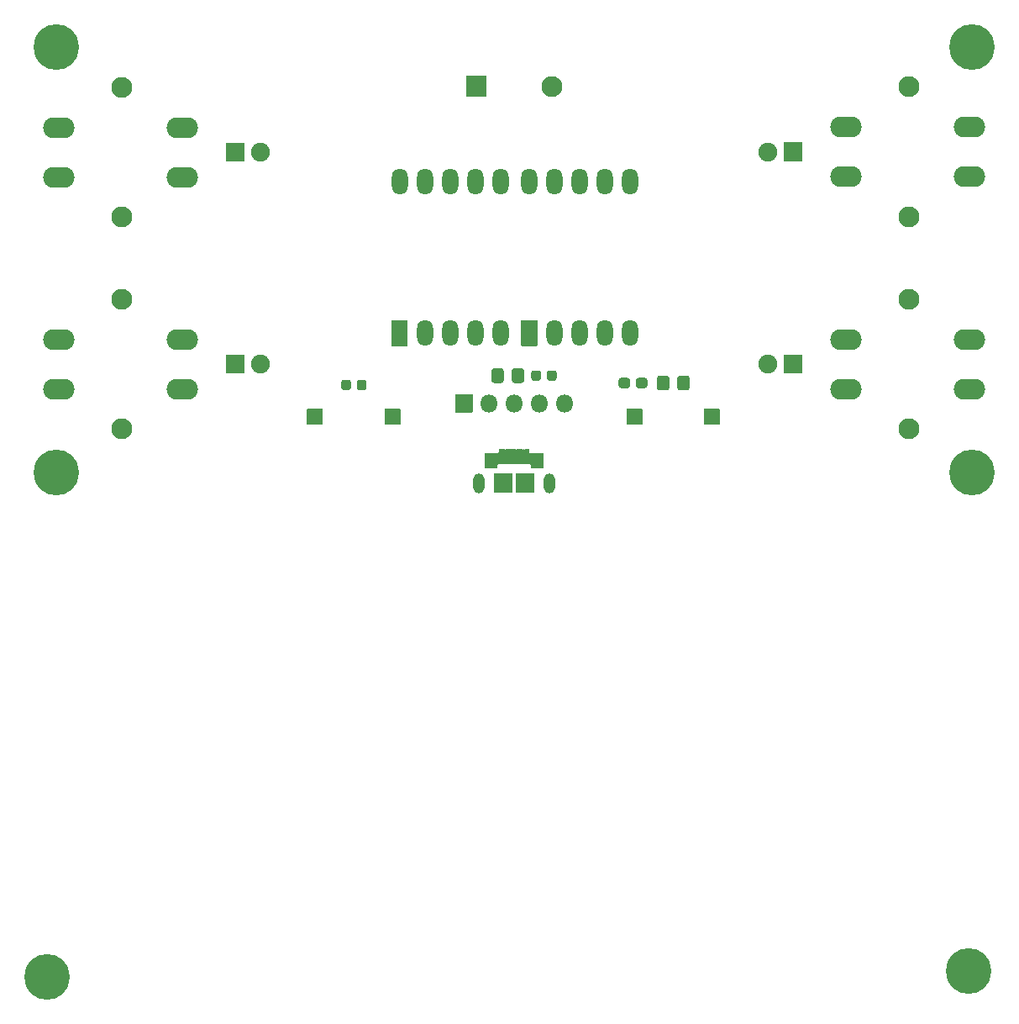
<source format=gbr>
G04 #@! TF.GenerationSoftware,KiCad,Pcbnew,(5.1.7)-1*
G04 #@! TF.CreationDate,2020-10-06T16:51:20+07:00*
G04 #@! TF.ProjectId,PIC16F1X_KIT2019,50494331-3646-4315-985f-4b4954323031,rev?*
G04 #@! TF.SameCoordinates,Original*
G04 #@! TF.FileFunction,Soldermask,Top*
G04 #@! TF.FilePolarity,Negative*
%FSLAX46Y46*%
G04 Gerber Fmt 4.6, Leading zero omitted, Abs format (unit mm)*
G04 Created by KiCad (PCBNEW (5.1.7)-1) date 2020-10-06 16:51:20*
%MOMM*%
%LPD*%
G01*
G04 APERTURE LIST*
%ADD10C,4.602000*%
%ADD11O,1.802000X1.802000*%
%ADD12O,3.150000X2.102000*%
%ADD13C,2.102000*%
%ADD14O,1.626000X2.626000*%
%ADD15O,1.152000X2.002000*%
%ADD16C,1.902000*%
%ADD17C,0.100000*%
G04 APERTURE END LIST*
D10*
X115376960Y-115275360D03*
X22479000Y-115824000D03*
D11*
X74650600Y-58089800D03*
X72110600Y-58089800D03*
X69570600Y-58089800D03*
X67030600Y-58089800D03*
G36*
G01*
X63640600Y-57188800D02*
X65340600Y-57188800D01*
G75*
G02*
X65391600Y-57239800I0J-51000D01*
G01*
X65391600Y-58939800D01*
G75*
G02*
X65340600Y-58990800I-51000J0D01*
G01*
X63640600Y-58990800D01*
G75*
G02*
X63589600Y-58939800I0J51000D01*
G01*
X63589600Y-57239800D01*
G75*
G02*
X63640600Y-57188800I51000J0D01*
G01*
G37*
D12*
X115466520Y-51638200D03*
X115466520Y-56638200D03*
X102966520Y-51638200D03*
X102966520Y-56638200D03*
D13*
X109316520Y-47574200D03*
X109316520Y-60655200D03*
D12*
X36132160Y-51638200D03*
X36132160Y-56638200D03*
X23632160Y-51638200D03*
X23632160Y-56638200D03*
D13*
X29982160Y-47574200D03*
X29982160Y-60655200D03*
X109316520Y-39293800D03*
X109316520Y-26212800D03*
D12*
X102966520Y-35276800D03*
X102966520Y-30276800D03*
X115466520Y-35276800D03*
X115466520Y-30276800D03*
X36132160Y-30324333D03*
X36132160Y-35324333D03*
X23632160Y-30324333D03*
X23632160Y-35324333D03*
D13*
X29982160Y-26260333D03*
X29982160Y-39341333D03*
G36*
G01*
X53091800Y-55941150D02*
X53091800Y-56504650D01*
G75*
G02*
X52847550Y-56748900I-244250J0D01*
G01*
X52359050Y-56748900D01*
G75*
G02*
X52114800Y-56504650I0J244250D01*
G01*
X52114800Y-55941150D01*
G75*
G02*
X52359050Y-55696900I244250J0D01*
G01*
X52847550Y-55696900D01*
G75*
G02*
X53091800Y-55941150I0J-244250D01*
G01*
G37*
G36*
G01*
X54666800Y-55941150D02*
X54666800Y-56504650D01*
G75*
G02*
X54422550Y-56748900I-244250J0D01*
G01*
X53934050Y-56748900D01*
G75*
G02*
X53689800Y-56504650I0J244250D01*
G01*
X53689800Y-55941150D01*
G75*
G02*
X53934050Y-55696900I244250J0D01*
G01*
X54422550Y-55696900D01*
G75*
G02*
X54666800Y-55941150I0J-244250D01*
G01*
G37*
G36*
G01*
X72854100Y-55564850D02*
X72854100Y-55001350D01*
G75*
G02*
X73098350Y-54757100I244250J0D01*
G01*
X73586850Y-54757100D01*
G75*
G02*
X73831100Y-55001350I0J-244250D01*
G01*
X73831100Y-55564850D01*
G75*
G02*
X73586850Y-55809100I-244250J0D01*
G01*
X73098350Y-55809100D01*
G75*
G02*
X72854100Y-55564850I0J244250D01*
G01*
G37*
G36*
G01*
X71279100Y-55564850D02*
X71279100Y-55001350D01*
G75*
G02*
X71523350Y-54757100I244250J0D01*
G01*
X72011850Y-54757100D01*
G75*
G02*
X72256100Y-55001350I0J-244250D01*
G01*
X72256100Y-55564850D01*
G75*
G02*
X72011850Y-55809100I-244250J0D01*
G01*
X71523350Y-55809100D01*
G75*
G02*
X71279100Y-55564850I0J244250D01*
G01*
G37*
D10*
X115697000Y-65024000D03*
X23368000Y-22225000D03*
X23368000Y-65024000D03*
X115697000Y-22225000D03*
G36*
G01*
X64681500Y-27162000D02*
X64681500Y-25162000D01*
G75*
G02*
X64732500Y-25111000I51000J0D01*
G01*
X66732500Y-25111000D01*
G75*
G02*
X66783500Y-25162000I0J-51000D01*
G01*
X66783500Y-27162000D01*
G75*
G02*
X66732500Y-27213000I-51000J0D01*
G01*
X64732500Y-27213000D01*
G75*
G02*
X64681500Y-27162000I0J51000D01*
G01*
G37*
D13*
X73332500Y-26162000D03*
G36*
G01*
X70561200Y-54804272D02*
X70561200Y-55761928D01*
G75*
G02*
X70289028Y-56034100I-272172J0D01*
G01*
X69581372Y-56034100D01*
G75*
G02*
X69309200Y-55761928I0J272172D01*
G01*
X69309200Y-54804272D01*
G75*
G02*
X69581372Y-54532100I272172J0D01*
G01*
X70289028Y-54532100D01*
G75*
G02*
X70561200Y-54804272I0J-272172D01*
G01*
G37*
G36*
G01*
X68511200Y-54804272D02*
X68511200Y-55761928D01*
G75*
G02*
X68239028Y-56034100I-272172J0D01*
G01*
X67531372Y-56034100D01*
G75*
G02*
X67259200Y-55761928I0J272172D01*
G01*
X67259200Y-54804272D01*
G75*
G02*
X67531372Y-54532100I272172J0D01*
G01*
X68239028Y-54532100D01*
G75*
G02*
X68511200Y-54804272I0J-272172D01*
G01*
G37*
G36*
G01*
X48675250Y-60186000D02*
X48675250Y-58686000D01*
G75*
G02*
X48726250Y-58635000I51000J0D01*
G01*
X50226250Y-58635000D01*
G75*
G02*
X50277250Y-58686000I0J-51000D01*
G01*
X50277250Y-60186000D01*
G75*
G02*
X50226250Y-60237000I-51000J0D01*
G01*
X48726250Y-60237000D01*
G75*
G02*
X48675250Y-60186000I0J51000D01*
G01*
G37*
G36*
G01*
X56475250Y-60186000D02*
X56475250Y-58686000D01*
G75*
G02*
X56526250Y-58635000I51000J0D01*
G01*
X58026250Y-58635000D01*
G75*
G02*
X58077250Y-58686000I0J-51000D01*
G01*
X58077250Y-60186000D01*
G75*
G02*
X58026250Y-60237000I-51000J0D01*
G01*
X56526250Y-60237000D01*
G75*
G02*
X56475250Y-60186000I0J51000D01*
G01*
G37*
G36*
G01*
X80877750Y-60186000D02*
X80877750Y-58686000D01*
G75*
G02*
X80928750Y-58635000I51000J0D01*
G01*
X82428750Y-58635000D01*
G75*
G02*
X82479750Y-58686000I0J-51000D01*
G01*
X82479750Y-60186000D01*
G75*
G02*
X82428750Y-60237000I-51000J0D01*
G01*
X80928750Y-60237000D01*
G75*
G02*
X80877750Y-60186000I0J51000D01*
G01*
G37*
G36*
G01*
X88677750Y-60186000D02*
X88677750Y-58686000D01*
G75*
G02*
X88728750Y-58635000I51000J0D01*
G01*
X90228750Y-58635000D01*
G75*
G02*
X90279750Y-58686000I0J-51000D01*
G01*
X90279750Y-60186000D01*
G75*
G02*
X90228750Y-60237000I-51000J0D01*
G01*
X88728750Y-60237000D01*
G75*
G02*
X88677750Y-60186000I0J51000D01*
G01*
G37*
D14*
X58013600Y-35775900D03*
X60553600Y-35775900D03*
X63093600Y-35775900D03*
X65633600Y-35775900D03*
X68173600Y-35775900D03*
X68173600Y-51015900D03*
X65633600Y-51015900D03*
X63093600Y-51015900D03*
X60553600Y-51015900D03*
G36*
G01*
X57200600Y-52277900D02*
X57200600Y-49753900D01*
G75*
G02*
X57251600Y-49702900I51000J0D01*
G01*
X58775600Y-49702900D01*
G75*
G02*
X58826600Y-49753900I0J-51000D01*
G01*
X58826600Y-52277900D01*
G75*
G02*
X58775600Y-52328900I-51000J0D01*
G01*
X57251600Y-52328900D01*
G75*
G02*
X57200600Y-52277900I0J51000D01*
G01*
G37*
G36*
G01*
X70256200Y-52277900D02*
X70256200Y-49753900D01*
G75*
G02*
X70307200Y-49702900I51000J0D01*
G01*
X71831200Y-49702900D01*
G75*
G02*
X71882200Y-49753900I0J-51000D01*
G01*
X71882200Y-52277900D01*
G75*
G02*
X71831200Y-52328900I-51000J0D01*
G01*
X70307200Y-52328900D01*
G75*
G02*
X70256200Y-52277900I0J51000D01*
G01*
G37*
X73609200Y-51015900D03*
X76149200Y-51015900D03*
X78689200Y-51015900D03*
X81229200Y-51015900D03*
X81229200Y-35775900D03*
X78689200Y-35775900D03*
X76149200Y-35775900D03*
X73609200Y-35775900D03*
X71069200Y-35775900D03*
G36*
G01*
X69739120Y-67052080D02*
X69739120Y-65152080D01*
G75*
G02*
X69790120Y-65101080I51000J0D01*
G01*
X71540120Y-65101080D01*
G75*
G02*
X71591120Y-65152080I0J-51000D01*
G01*
X71591120Y-67052080D01*
G75*
G02*
X71540120Y-67103080I-51000J0D01*
G01*
X69790120Y-67103080D01*
G75*
G02*
X69739120Y-67052080I0J51000D01*
G01*
G37*
G36*
G01*
X68639120Y-64152080D02*
X68639120Y-62752080D01*
G75*
G02*
X68690120Y-62701080I51000J0D01*
G01*
X69090120Y-62701080D01*
G75*
G02*
X69141120Y-62752080I0J-51000D01*
G01*
X69141120Y-64152080D01*
G75*
G02*
X69090120Y-64203080I-51000J0D01*
G01*
X68690120Y-64203080D01*
G75*
G02*
X68639120Y-64152080I0J51000D01*
G01*
G37*
G36*
G01*
X67989120Y-64152080D02*
X67989120Y-62752080D01*
G75*
G02*
X68040120Y-62701080I51000J0D01*
G01*
X68440120Y-62701080D01*
G75*
G02*
X68491120Y-62752080I0J-51000D01*
G01*
X68491120Y-64152080D01*
G75*
G02*
X68440120Y-64203080I-51000J0D01*
G01*
X68040120Y-64203080D01*
G75*
G02*
X67989120Y-64152080I0J51000D01*
G01*
G37*
G36*
G01*
X70589120Y-64152080D02*
X70589120Y-62752080D01*
G75*
G02*
X70640120Y-62701080I51000J0D01*
G01*
X71040120Y-62701080D01*
G75*
G02*
X71091120Y-62752080I0J-51000D01*
G01*
X71091120Y-64152080D01*
G75*
G02*
X71040120Y-64203080I-51000J0D01*
G01*
X70640120Y-64203080D01*
G75*
G02*
X70589120Y-64152080I0J51000D01*
G01*
G37*
G36*
G01*
X69939120Y-64152080D02*
X69939120Y-62752080D01*
G75*
G02*
X69990120Y-62701080I51000J0D01*
G01*
X70390120Y-62701080D01*
G75*
G02*
X70441120Y-62752080I0J-51000D01*
G01*
X70441120Y-64152080D01*
G75*
G02*
X70390120Y-64203080I-51000J0D01*
G01*
X69990120Y-64203080D01*
G75*
G02*
X69939120Y-64152080I0J51000D01*
G01*
G37*
G36*
G01*
X69289120Y-64152080D02*
X69289120Y-62752080D01*
G75*
G02*
X69340120Y-62701080I51000J0D01*
G01*
X69740120Y-62701080D01*
G75*
G02*
X69791120Y-62752080I0J-51000D01*
G01*
X69791120Y-64152080D01*
G75*
G02*
X69740120Y-64203080I-51000J0D01*
G01*
X69340120Y-64203080D01*
G75*
G02*
X69289120Y-64152080I0J51000D01*
G01*
G37*
G36*
G01*
X67489120Y-67052080D02*
X67489120Y-65152080D01*
G75*
G02*
X67540120Y-65101080I51000J0D01*
G01*
X69290120Y-65101080D01*
G75*
G02*
X69341120Y-65152080I0J-51000D01*
G01*
X69341120Y-67052080D01*
G75*
G02*
X69290120Y-67103080I-51000J0D01*
G01*
X67540120Y-67103080D01*
G75*
G02*
X67489120Y-67052080I0J51000D01*
G01*
G37*
D15*
X65965120Y-66102080D03*
X73115120Y-66102080D03*
G36*
G01*
X71234120Y-64597080D02*
X71234120Y-63147080D01*
G75*
G02*
X71285120Y-63096080I51000J0D01*
G01*
X72435120Y-63096080D01*
G75*
G02*
X72486120Y-63147080I0J-51000D01*
G01*
X72486120Y-64597080D01*
G75*
G02*
X72435120Y-64648080I-51000J0D01*
G01*
X71285120Y-64648080D01*
G75*
G02*
X71234120Y-64597080I0J51000D01*
G01*
G37*
G36*
G01*
X66594120Y-64597080D02*
X66594120Y-63147080D01*
G75*
G02*
X66645120Y-63096080I51000J0D01*
G01*
X67795120Y-63096080D01*
G75*
G02*
X67846120Y-63147080I0J-51000D01*
G01*
X67846120Y-64597080D01*
G75*
G02*
X67795120Y-64648080I-51000J0D01*
G01*
X66645120Y-64648080D01*
G75*
G02*
X66594120Y-64597080I0J51000D01*
G01*
G37*
G36*
G01*
X98593680Y-53214700D02*
X98593680Y-55014700D01*
G75*
G02*
X98542680Y-55065700I-51000J0D01*
G01*
X96742680Y-55065700D01*
G75*
G02*
X96691680Y-55014700I0J51000D01*
G01*
X96691680Y-53214700D01*
G75*
G02*
X96742680Y-53163700I51000J0D01*
G01*
X98542680Y-53163700D01*
G75*
G02*
X98593680Y-53214700I0J-51000D01*
G01*
G37*
D16*
X95102680Y-54114700D03*
G36*
G01*
X98593680Y-31853300D02*
X98593680Y-33653300D01*
G75*
G02*
X98542680Y-33704300I-51000J0D01*
G01*
X96742680Y-33704300D01*
G75*
G02*
X96691680Y-33653300I0J51000D01*
G01*
X96691680Y-31853300D01*
G75*
G02*
X96742680Y-31802300I51000J0D01*
G01*
X98542680Y-31802300D01*
G75*
G02*
X98593680Y-31853300I0J-51000D01*
G01*
G37*
X95102680Y-32753300D03*
X43977560Y-54114700D03*
G36*
G01*
X40486560Y-55014700D02*
X40486560Y-53214700D01*
G75*
G02*
X40537560Y-53163700I51000J0D01*
G01*
X42337560Y-53163700D01*
G75*
G02*
X42388560Y-53214700I0J-51000D01*
G01*
X42388560Y-55014700D01*
G75*
G02*
X42337560Y-55065700I-51000J0D01*
G01*
X40537560Y-55065700D01*
G75*
G02*
X40486560Y-55014700I0J51000D01*
G01*
G37*
X43967400Y-32800833D03*
G36*
G01*
X40476400Y-33700833D02*
X40476400Y-31900833D01*
G75*
G02*
X40527400Y-31849833I51000J0D01*
G01*
X42327400Y-31849833D01*
G75*
G02*
X42378400Y-31900833I0J-51000D01*
G01*
X42378400Y-33700833D01*
G75*
G02*
X42327400Y-33751833I-51000J0D01*
G01*
X40527400Y-33751833D01*
G75*
G02*
X40476400Y-33700833I0J51000D01*
G01*
G37*
G36*
G01*
X87238840Y-55553572D02*
X87238840Y-56511228D01*
G75*
G02*
X86966668Y-56783400I-272172J0D01*
G01*
X86259012Y-56783400D01*
G75*
G02*
X85986840Y-56511228I0J272172D01*
G01*
X85986840Y-55553572D01*
G75*
G02*
X86259012Y-55281400I272172J0D01*
G01*
X86966668Y-55281400D01*
G75*
G02*
X87238840Y-55553572I0J-272172D01*
G01*
G37*
G36*
G01*
X85188840Y-55553572D02*
X85188840Y-56511228D01*
G75*
G02*
X84916668Y-56783400I-272172J0D01*
G01*
X84209012Y-56783400D01*
G75*
G02*
X83936840Y-56511228I0J272172D01*
G01*
X83936840Y-55553572D01*
G75*
G02*
X84209012Y-55281400I272172J0D01*
G01*
X84916668Y-55281400D01*
G75*
G02*
X85188840Y-55553572I0J-272172D01*
G01*
G37*
G36*
G01*
X82979920Y-55764320D02*
X82979920Y-56290320D01*
G75*
G02*
X82716920Y-56553320I-263000J0D01*
G01*
X82090920Y-56553320D01*
G75*
G02*
X81827920Y-56290320I0J263000D01*
G01*
X81827920Y-55764320D01*
G75*
G02*
X82090920Y-55501320I263000J0D01*
G01*
X82716920Y-55501320D01*
G75*
G02*
X82979920Y-55764320I0J-263000D01*
G01*
G37*
G36*
G01*
X81229920Y-55764320D02*
X81229920Y-56290320D01*
G75*
G02*
X80966920Y-56553320I-263000J0D01*
G01*
X80340920Y-56553320D01*
G75*
G02*
X80077920Y-56290320I0J263000D01*
G01*
X80077920Y-55764320D01*
G75*
G02*
X80340920Y-55501320I263000J0D01*
G01*
X80966920Y-55501320D01*
G75*
G02*
X81229920Y-55764320I0J-263000D01*
G01*
G37*
D17*
G36*
X70590852Y-62700080D02*
G01*
X70591120Y-62701080D01*
X70591120Y-64203080D01*
X70590120Y-64204812D01*
X70589120Y-64205080D01*
X70441120Y-64205080D01*
X70439388Y-64204080D01*
X70439120Y-64203080D01*
X70439120Y-62703080D01*
X69941120Y-62703080D01*
X69941120Y-64203080D01*
X69940120Y-64204812D01*
X69939120Y-64205080D01*
X67971213Y-64205080D01*
X67947128Y-64207452D01*
X67924053Y-64214452D01*
X67902789Y-64225817D01*
X67884152Y-64241112D01*
X67868857Y-64259749D01*
X67857492Y-64281013D01*
X67850492Y-64304088D01*
X67848110Y-64328275D01*
X67846945Y-64329901D01*
X67844955Y-64329705D01*
X67844120Y-64328079D01*
X67844120Y-63096080D01*
X67845120Y-63094348D01*
X67846120Y-63094080D01*
X67864027Y-63094080D01*
X67888112Y-63091708D01*
X67911187Y-63084708D01*
X67932451Y-63073343D01*
X67951088Y-63058048D01*
X67966383Y-63039411D01*
X67977748Y-63018147D01*
X67984748Y-62995072D01*
X67987130Y-62970885D01*
X67988295Y-62969259D01*
X67990285Y-62969455D01*
X67991120Y-62971081D01*
X67991120Y-64201080D01*
X68489120Y-64201080D01*
X68489120Y-62703080D01*
X68641120Y-62703080D01*
X68641120Y-64201080D01*
X69139120Y-64201080D01*
X69139120Y-62703080D01*
X69291120Y-62703080D01*
X69291120Y-64201080D01*
X69789120Y-64201080D01*
X69789120Y-62703080D01*
X69291120Y-62703080D01*
X69139120Y-62703080D01*
X68641120Y-62703080D01*
X68489120Y-62703080D01*
X68489120Y-62701080D01*
X68490120Y-62699348D01*
X68491120Y-62699080D01*
X70589120Y-62699080D01*
X70590852Y-62700080D01*
G37*
G36*
X71093110Y-62970885D02*
G01*
X71095492Y-62995072D01*
X71102492Y-63018147D01*
X71113857Y-63039411D01*
X71129152Y-63058048D01*
X71147789Y-63073343D01*
X71169053Y-63084708D01*
X71192128Y-63091708D01*
X71216213Y-63094080D01*
X71234120Y-63094080D01*
X71235852Y-63095080D01*
X71236120Y-63096080D01*
X71236120Y-64328079D01*
X71235120Y-64329811D01*
X71233120Y-64329811D01*
X71232130Y-64328275D01*
X71229748Y-64304088D01*
X71222748Y-64281013D01*
X71211383Y-64259749D01*
X71196088Y-64241112D01*
X71177451Y-64225817D01*
X71156187Y-64214452D01*
X71133112Y-64207452D01*
X71109027Y-64205080D01*
X71091120Y-64205080D01*
X71089388Y-64204080D01*
X71089120Y-64203080D01*
X71089120Y-62971081D01*
X71090120Y-62969349D01*
X71092120Y-62969349D01*
X71093110Y-62970885D01*
G37*
M02*

</source>
